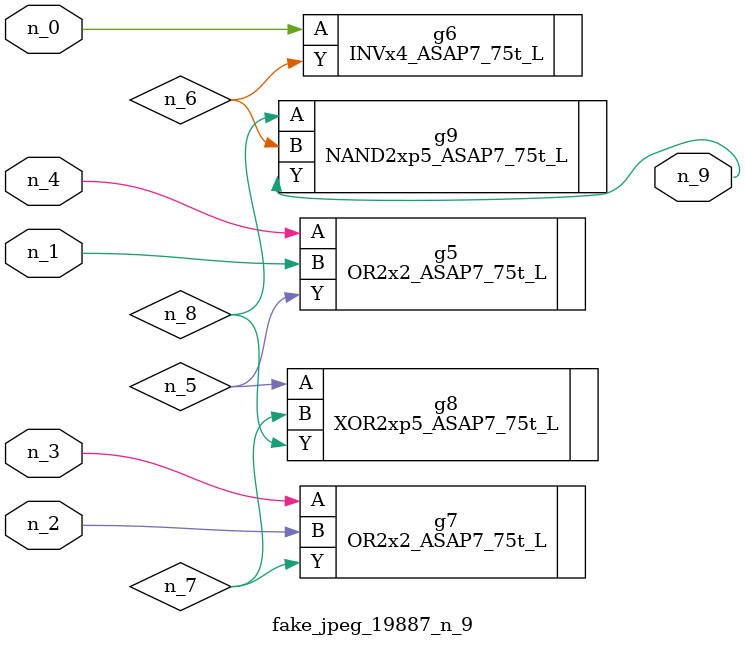
<source format=v>
module fake_jpeg_19887_n_9 (n_3, n_2, n_1, n_0, n_4, n_9);

input n_3;
input n_2;
input n_1;
input n_0;
input n_4;

output n_9;

wire n_8;
wire n_6;
wire n_5;
wire n_7;

OR2x2_ASAP7_75t_L g5 ( 
.A(n_4),
.B(n_1),
.Y(n_5)
);

INVx4_ASAP7_75t_L g6 ( 
.A(n_0),
.Y(n_6)
);

OR2x2_ASAP7_75t_L g7 ( 
.A(n_3),
.B(n_2),
.Y(n_7)
);

XOR2xp5_ASAP7_75t_L g8 ( 
.A(n_5),
.B(n_7),
.Y(n_8)
);

NAND2xp5_ASAP7_75t_L g9 ( 
.A(n_8),
.B(n_6),
.Y(n_9)
);


endmodule
</source>
